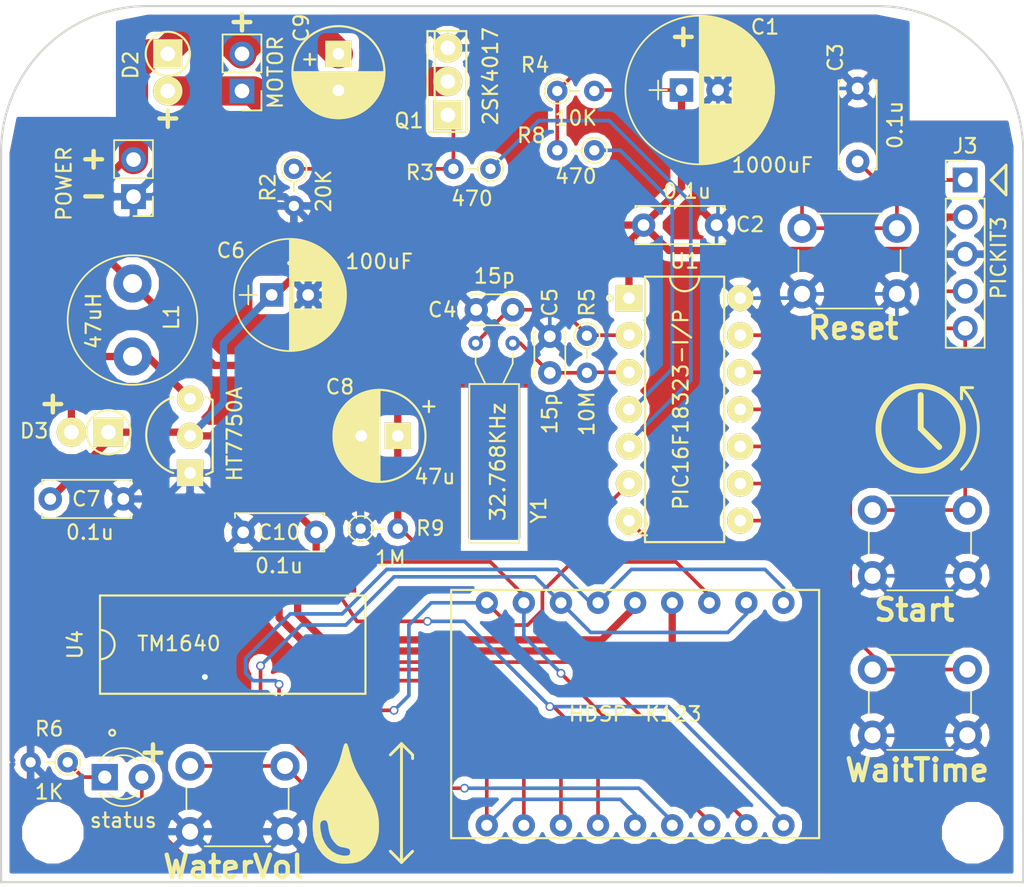
<source format=kicad_pcb>
(kicad_pcb (version 4) (host pcbnew 4.0.7)
  (layers (0 F.Cu signal) (31 B.Cu signal) (34 B.Paste user hide) (35 F.Paste user hide) (36 B.SilkS user hide) (37 F.SilkS user) (38 B.Mask user hide) (39 F.Mask user hide) (44 Edge.Cuts user))
  (net 0 "")
  (net 1 "Net-(BT1-Pad1)")
  (net 2 "Net-(BT1-Pad2)")
  (net 3 "Net-(C1-Pad1)")
  (net 4 "Net-(C9-Pad2)")
  (net 5 "Net-(D3-Pad2)")
  (net 6 "Net-(J3-Pad4)")
  (net 7 "Net-(J3-Pad5)")
  (net 8 "Net-(LED1-Pad1)")
  (net 9 "Net-(LED1-Pad2)")
  (net 10 "Net-(Q1-Pad1)")
  (net 11 "Net-(R3-Pad1)")
  (net 12 "Net-(C4-Pad1)")
  (net 13 "Net-(C5-Pad1)")
  (net 14 "Net-(R8-Pad1)")
  (net 15 "Net-(C3-Pad1)")
  (net 16 "Net-(SW1-Pad1)")
  (net 17 "Net-(SW2-Pad1)")
  (net 18 "Net-(U1-Pad7)")
  (net 19 "Net-(U1-Pad8)")
  (net 20 "Net-(U2-Pad1)")
  (net 21 "Net-(U2-Pad2)")
  (net 22 "Net-(U2-Pad3)")
  (net 23 "Net-(U2-Pad4)")
  (net 24 "Net-(U2-Pad10)")
  (net 25 "Net-(U2-Pad17)")
  (net 26 "Net-(U2-Pad11)")
  (net 27 "Net-(U2-Pad12)")
  (net 28 "Net-(U2-Pad14)")
  (net 29 "Net-(U2-Pad13)")
  (module Displays_7-Segment:HDSP-K123 (layer F.Cu) (at 74.422 78.486)
    (fp_text reference U2 (at 0 -12.7) (layer F.SilkS))
    (fp_text value HDSP-K123 (at 0 0) (layer F.SilkS))
    (pad 14 thru_hole circle (at 0 -7.62) (size 1.524 1.524) (drill 0.762) (layers *.Cu *.Mask) (net 28 "Net-(U2-Pad14)"))
    (pad 15 thru_hole circle (at -2.54 -7.62) (size 1.524 1.524) (drill 0.762) (layers *.Cu *.Mask) (net 24 "Net-(U2-Pad10)"))
    (pad 16 thru_hole circle (at -5.08 -7.62) (size 1.524 1.524) (drill 0.762) (layers *.Cu *.Mask) (net 26 "Net-(U2-Pad11)"))
    (pad 17 thru_hole circle (at -7.62 -7.62) (size 1.524 1.524) (drill 0.762) (layers *.Cu *.Mask) (net 25 "Net-(U2-Pad17)"))
    (pad 18 thru_hole circle (at -10.16 -7.62) (size 1.524 1.524) (drill 0.762) (layers *.Cu *.Mask) (net 27 "Net-(U2-Pad12)"))
    (pad 13 thru_hole circle (at 2.54 -7.62) (size 1.524 1.524) (drill 0.762) (layers *.Cu *.Mask) (net 29 "Net-(U2-Pad13)"))
    (pad 12 thru_hole circle (at 5.08 -7.62) (size 1.524 1.524) (drill 0.762) (layers *.Cu *.Mask) (net 27 "Net-(U2-Pad12)"))
    (pad 11 thru_hole circle (at 7.62 -7.62) (size 1.524 1.524) (drill 0.762) (layers *.Cu *.Mask) (net 26 "Net-(U2-Pad11)"))
    (pad 10 thru_hole circle (at 10.16 -7.62) (size 1.524 1.524) (drill 0.762) (layers *.Cu *.Mask) (net 24 "Net-(U2-Pad10)"))
    (pad 5 thru_hole circle (at 0 7.62) (size 1.524 1.524) (drill 0.762) (layers *.Cu *.Mask) (net 20 "Net-(U2-Pad1)"))
    (pad 4 thru_hole circle (at -2.54 7.62) (size 1.524 1.524) (drill 0.762) (layers *.Cu *.Mask) (net 23 "Net-(U2-Pad4)"))
    (pad 3 thru_hole circle (at -5.08 7.62) (size 1.524 1.524) (drill 0.762) (layers *.Cu *.Mask) (net 22 "Net-(U2-Pad3)"))
    (pad 2 thru_hole circle (at -7.62 7.62) (size 1.524 1.524) (drill 0.762) (layers *.Cu *.Mask) (net 21 "Net-(U2-Pad2)"))
    (pad 1 thru_hole circle (at -10.16 7.62) (size 1.524 1.524) (drill 0.762) (layers *.Cu *.Mask) (net 20 "Net-(U2-Pad1)"))
    (pad 6 thru_hole circle (at 2.54 7.62) (size 1.524 1.524) (drill 0.762) (layers *.Cu *.Mask) (net 21 "Net-(U2-Pad2)"))
    (pad 7 thru_hole circle (at 5.08 7.62) (size 1.524 1.524) (drill 0.762) (layers *.Cu *.Mask) (net 25 "Net-(U2-Pad17)"))
    (pad 8 thru_hole circle (at 7.62 7.62) (size 1.524 1.524) (drill 0.762) (layers *.Cu *.Mask) (net 22 "Net-(U2-Pad3)"))
    (pad 9 thru_hole circle (at 10.16 7.62) (size 1.524 1.524) (drill 0.762) (layers *.Cu *.Mask) (net 23 "Net-(U2-Pad4)"))
  )
  (module Resistors_THT:R_Axial_DIN0204_L3.6mm_D1.6mm_P2.54mm_Vertical (layer F.Cu) (at 71.628 39.878 180)
    (fp_text reference R8 (at 4.318 1.016 180) (layer F.SilkS))
    (fp_text value 470 (at 1.27 -1.778 180) (layer F.SilkS))
    (pad 1 thru_hole circle (at 0 0 180) (size 1.4 1.4) (drill 0.7) (layers *.Cu *.Mask) (net 14 "Net-(R8-Pad1)"))
    (pad 2 thru_hole oval (at 2.54 0 180) (size 1.4 1.4) (drill 0.7) (layers *.Cu *.Mask) (net 15 "Net-(C3-Pad1)"))
  )
  (module Buttons_Switches_THT:SW_PUSH_6mm (layer F.Cu) (at 90.678 75.438)
    (fp_text reference SW1 hide)
    (fp_text value WaitTime (at 3.056 6.9) (layer F.SilkS) (effects (font (size 1.5 1.5) (thickness 0.3))))
    (pad 2 thru_hole circle (at 0 4.5 90) (size 2 2) (drill 1.1) (layers *.Cu *.Mask) (net 2 "Net-(BT1-Pad2)"))
    (pad 1 thru_hole circle (at 0 0 90) (size 2 2) (drill 1.1) (layers *.Cu *.Mask) (net 16 "Net-(SW1-Pad1)"))
    (pad 2 thru_hole circle (at 6.5 4.5 90) (size 2 2) (drill 1.1) (layers *.Cu *.Mask) (net 2 "Net-(BT1-Pad2)"))
    (pad 1 thru_hole circle (at 6.5 0 90) (size 2 2) (drill 1.1) (layers *.Cu *.Mask) (net 16 "Net-(SW1-Pad1)"))
  )
  (module Mounting_Holes:MountingHole_3.2mm_M3 (layer F.Cu) (at 97.536 86.614)
    (fp_text reference REF1 hide)
    (fp_text value MountingHole_3.2mm_M3 hide)
    (pad 1 np_thru_hole circle (at 0 0) (size 3.2 3.2) (drill 3.2) (layers *.Cu *.Mask))
  )
  (module MCU_Microchip:DSPIC30F2010-20I_SO (layer F.Cu) (at 38.608 78.232 90)
    (fp_text reference U4 (at 4.5 -2.54 90) (layer F.SilkS))
    (fp_text value TM1640 (at 4.572 4.572 180) (layer F.SilkS))
    (pad 1 smd rect (at 0 0 90) (size 1.87 0.4) (layers F.Cu F.Paste F.Mask))
    (pad 2 smd rect (at 0 1.27 90) (size 1.87 0.4) (layers F.Cu F.Paste F.Mask))
    (pad 3 smd rect (at 0 2.54 90) (size 1.87 0.4) (layers F.Cu F.Paste F.Mask))
    (pad 4 smd rect (at 0 3.81 90) (size 1.87 0.4) (layers F.Cu F.Paste F.Mask))
    (pad 5 smd rect (at 0 5.08 90) (size 1.87 0.4) (layers F.Cu F.Paste F.Mask))
    (pad 6 smd rect (at 0 6.35 90) (size 1.87 0.4) (layers F.Cu F.Paste F.Mask) (net 2 "Net-(BT1-Pad2)"))
    (pad 7 smd rect (at 0 7.62 90) (size 1.87 0.4) (layers F.Cu F.Paste F.Mask) (net 19 "Net-(U1-Pad8)"))
    (pad 8 smd rect (at 0 8.89 90) (size 1.87 0.4) (layers F.Cu F.Paste F.Mask) (net 18 "Net-(U1-Pad7)"))
    (pad 9 smd rect (at 0 10.16 90) (size 1.87 0.4) (layers F.Cu F.Paste F.Mask) (net 26 "Net-(U2-Pad11)"))
    (pad 10 smd rect (at 0 11.43 90) (size 1.87 0.4) (layers F.Cu F.Paste F.Mask) (net 24 "Net-(U2-Pad10)"))
    (pad 11 smd rect (at 0 12.7 90) (size 1.87 0.4) (layers F.Cu F.Paste F.Mask) (net 22 "Net-(U2-Pad3)"))
    (pad 12 smd rect (at 0 13.97 90) (size 1.87 0.4) (layers F.Cu F.Paste F.Mask) (net 21 "Net-(U2-Pad2)"))
    (pad 13 smd rect (at 0 15.24 90) (size 1.87 0.4) (layers F.Cu F.Paste F.Mask) (net 20 "Net-(U2-Pad1)"))
    (pad 14 smd rect (at 0 16.51 90) (size 1.87 0.4) (layers F.Cu F.Paste F.Mask) (net 27 "Net-(U2-Pad12)"))
    (pad 15 smd rect (at 9 16.51 90) (size 1.87 0.4) (layers F.Cu F.Paste F.Mask) (net 25 "Net-(U2-Pad17)"))
    (pad 16 smd rect (at 9 15.24 90) (size 1.87 0.4) (layers F.Cu F.Paste F.Mask) (net 23 "Net-(U2-Pad4)"))
    (pad 17 smd rect (at 9 13.97 90) (size 1.87 0.4) (layers F.Cu F.Paste F.Mask) (net 3 "Net-(C1-Pad1)"))
    (pad 18 smd rect (at 9 12.7 90) (size 1.87 0.4) (layers F.Cu F.Paste F.Mask) (net 28 "Net-(U2-Pad14)"))
    (pad 19 smd rect (at 9 11.43 90) (size 1.87 0.4) (layers F.Cu F.Paste F.Mask) (net 29 "Net-(U2-Pad13)"))
    (pad 20 smd rect (at 9 10.16 90) (size 1.87 0.4) (layers F.Cu F.Paste F.Mask))
    (pad 21 smd rect (at 9 8.89 90) (size 1.87 0.4) (layers F.Cu F.Paste F.Mask))
    (pad 22 smd rect (at 9 7.62 90) (size 1.87 0.4) (layers F.Cu F.Paste F.Mask))
    (pad 23 smd rect (at 9 6.35 90) (size 1.87 0.4) (layers F.Cu F.Paste F.Mask))
    (pad 24 smd rect (at 9 5.08 90) (size 1.87 0.4) (layers F.Cu F.Paste F.Mask))
    (pad 25 smd rect (at 9 3.81 90) (size 1.87 0.4) (layers F.Cu F.Paste F.Mask))
    (pad 26 smd rect (at 9 2.54 90) (size 1.87 0.4) (layers F.Cu F.Paste F.Mask))
    (pad 27 smd rect (at 9 1.27 90) (size 1.87 0.4) (layers F.Cu F.Paste F.Mask))
    (pad 28 smd rect (at 9 0 90) (size 1.87 0.4) (layers F.Cu F.Paste F.Mask))
  )
  (module TR:2N3904BU (layer F.Cu) (at 43.942 61.976 180)
    (fp_text reference U3 hide)
    (fp_text value HT7750A (at -3.048 2.667 270) (layer F.SilkS))
    (pad 1 thru_hole rect (at 0 0 180) (size 1.8 1.8) (drill 0.8) (layers *.Cu *.Mask F.SilkS) (net 2 "Net-(BT1-Pad2)"))
    (pad 2 thru_hole circle (at 0 2.54 180) (size 1.8 1.8) (drill 0.8) (layers *.Cu *.Mask F.SilkS) (net 3 "Net-(C1-Pad1)"))
    (pad 3 thru_hole circle (at 0 5.08 180) (size 1.8 1.8) (drill 0.8) (layers *.Cu *.Mask F.SilkS) (net 5 "Net-(D3-Pad2)"))
  )
  (module Capacitors_THT:CP_Radial_D7.5mm_P2.50mm (layer F.Cu) (at 49.53 49.784)
    (fp_text reference C6 (at -2.794 -3.048) (layer F.SilkS))
    (fp_text value 100uF (at 7.366 -2.286) (layer F.SilkS))
    (pad 1 thru_hole rect (at 0 0) (size 1.6 1.6) (drill 0.8) (layers *.Cu *.Mask) (net 3 "Net-(C1-Pad1)"))
    (pad 2 thru_hole circle (at 2.5 0) (size 1.6 1.6) (drill 0.8) (layers *.Cu *.Mask) (net 2 "Net-(BT1-Pad2)"))
  )
  (module Buttons_Switches_THT:SW_PUSH_6mm (layer F.Cu) (at 90.678 64.516)
    (fp_text reference SW5 hide)
    (fp_text value Start (at 2.867 6.8365) (layer F.SilkS) (effects (font (size 1.5 1.5) (thickness 0.3))))
    (pad 2 thru_hole circle (at 0 4.5 90) (size 2 2) (drill 1.1) (layers *.Cu *.Mask) (net 2 "Net-(BT1-Pad2)"))
    (pad 1 thru_hole circle (at 0 0 90) (size 2 2) (drill 1.1) (layers *.Cu *.Mask) (net 7 "Net-(J3-Pad5)"))
    (pad 2 thru_hole circle (at 6.5 4.5 90) (size 2 2) (drill 1.1) (layers *.Cu *.Mask) (net 2 "Net-(BT1-Pad2)"))
    (pad 1 thru_hole circle (at 6.5 0 90) (size 2 2) (drill 1.1) (layers *.Cu *.Mask) (net 7 "Net-(J3-Pad5)"))
  )
  (module Buttons_Switches_THT:SW_PUSH_6mm (layer F.Cu) (at 43.942 82.042)
    (fp_text reference SW2 hide)
    (fp_text value WaterVol (at 2.974 6.9) (layer F.SilkS) (effects (font (size 1.5 1.5) (thickness 0.3))))
    (pad 2 thru_hole circle (at 0 4.5 90) (size 2 2) (drill 1.1) (layers *.Cu *.Mask) (net 2 "Net-(BT1-Pad2)"))
    (pad 1 thru_hole circle (at 0 0 90) (size 2 2) (drill 1.1) (layers *.Cu *.Mask) (net 17 "Net-(SW2-Pad1)"))
    (pad 2 thru_hole circle (at 6.5 4.5 90) (size 2 2) (drill 1.1) (layers *.Cu *.Mask) (net 2 "Net-(BT1-Pad2)"))
    (pad 1 thru_hole circle (at 6.5 0 90) (size 2 2) (drill 1.1) (layers *.Cu *.Mask) (net 17 "Net-(SW2-Pad1)"))
  )
  (module Capacitors_THT:CP_Radial_D10.0mm_P2.50mm (layer F.Cu) (at 77.597 35.7505)
    (fp_text reference C1 (at 5.715 -4.318) (layer F.SilkS))
    (fp_text value 1000uF (at 6.223 5.1435) (layer F.SilkS))
    (pad 1 thru_hole rect (at 0 0) (size 1.6 1.6) (drill 0.8) (layers *.Cu *.Mask) (net 3 "Net-(C1-Pad1)"))
    (pad 2 thru_hole circle (at 2.5 0) (size 1.6 1.6) (drill 0.8) (layers *.Cu *.Mask) (net 2 "Net-(BT1-Pad2)"))
  )
  (module Capacitors_THT:C_Disc_D6.0mm_W2.5mm_P5.00mm (layer F.Cu) (at 80 45 180)
    (fp_text reference C2 (at -2.296 0.042 180) (layer F.SilkS))
    (fp_text value 0.1u (at 2.022 2.328 180) (layer F.SilkS))
    (pad 1 thru_hole circle (at 0 0 180) (size 1.6 1.6) (drill 0.8) (layers *.Cu *.Mask) (net 2 "Net-(BT1-Pad2)"))
    (pad 2 thru_hole circle (at 5 0 180) (size 1.6 1.6) (drill 0.8) (layers *.Cu *.Mask) (net 3 "Net-(C1-Pad1)"))
  )
  (module Capacitors_THT:C_Disc_D6.0mm_W2.5mm_P5.00mm (layer F.Cu) (at 89.662 40.64 90)
    (fp_text reference C3 (at 7.112 -1.524 90) (layer F.SilkS))
    (fp_text value 0.1u (at 2.5 2.56 90) (layer F.SilkS))
    (pad 1 thru_hole circle (at 0 0 90) (size 1.6 1.6) (drill 0.8) (layers *.Cu *.Mask) (net 15 "Net-(C3-Pad1)"))
    (pad 2 thru_hole circle (at 5 0 90) (size 1.6 1.6) (drill 0.8) (layers *.Cu *.Mask) (net 2 "Net-(BT1-Pad2)"))
  )
  (module Capacitors_THT:C_Disc_D3.0mm_W2.0mm_P2.50mm (layer F.Cu) (at 66.04 50.8 180)
    (fp_text reference C4 (at 4.826 0 180) (layer F.SilkS))
    (fp_text value 15p (at 1.25 2.31 180) (layer F.SilkS))
    (pad 1 thru_hole circle (at 0 0 180) (size 1.6 1.6) (drill 0.8) (layers *.Cu *.Mask) (net 12 "Net-(C4-Pad1)"))
    (pad 2 thru_hole circle (at 2.5 0 180) (size 1.6 1.6) (drill 0.8) (layers *.Cu *.Mask) (net 2 "Net-(BT1-Pad2)"))
  )
  (module Capacitors_THT:C_Disc_D3.0mm_W2.0mm_P2.50mm (layer F.Cu) (at 68.58 55.118 90)
    (fp_text reference C5 (at 4.826 0 90) (layer F.SilkS))
    (fp_text value 15p (at -2.794 0 90) (layer F.SilkS))
    (pad 1 thru_hole circle (at 0 0 90) (size 1.6 1.6) (drill 0.8) (layers *.Cu *.Mask) (net 13 "Net-(C5-Pad1)"))
    (pad 2 thru_hole circle (at 2.5 0 90) (size 1.6 1.6) (drill 0.8) (layers *.Cu *.Mask) (net 2 "Net-(BT1-Pad2)"))
  )
  (module Capacitors_THT:C_Disc_D6.0mm_W2.5mm_P5.00mm (layer F.Cu) (at 39.37 63.754 180)
    (fp_text reference C7 (at 2.54 0 180) (layer F.SilkS))
    (fp_text value 0.1u (at 2.286 -2.286 180) (layer F.SilkS))
    (pad 1 thru_hole circle (at 0 0 180) (size 1.6 1.6) (drill 0.8) (layers *.Cu *.Mask) (net 2 "Net-(BT1-Pad2)"))
    (pad 2 thru_hole circle (at 5 0 180) (size 1.6 1.6) (drill 0.8) (layers *.Cu *.Mask) (net 3 "Net-(C1-Pad1)"))
  )
  (module C:25PK220MEFC6.3X11 (layer F.Cu) (at 58.166 59.436 180)
    (fp_text reference C8 (at 3.962 3.358 180) (layer F.SilkS))
    (fp_text value 47u (at -2.54 -2.794 180) (layer F.SilkS))
    (fp_text user + (at -2.134 2.088 180) (layer F.SilkS))
    (pad 1 thru_hole rect (at 0 0 180) (size 1.8 1.8) (drill 0.8) (layers *.Cu *.Mask F.SilkS) (net 1 "Net-(BT1-Pad1)"))
    (pad 2 thru_hole circle (at 2.5 0 180) (size 1.8 1.8) (drill 0.8) (layers *.Cu *.Mask F.SilkS) (net 2 "Net-(BT1-Pad2)"))
  )
  (module C:25PK220MEFC6.3X11 (layer F.Cu) (at 54.102 33.274 270)
    (fp_text reference C9 (at -1.778 2.54 270) (layer F.SilkS))
    (fp_text value 22u hide)
    (fp_text user + (at 0.381 2.032 270) (layer F.SilkS))
    (pad 1 thru_hole rect (at 0 0 270) (size 1.8 1.8) (drill 0.8) (layers *.Cu *.Mask F.SilkS) (net 1 "Net-(BT1-Pad1)"))
    (pad 2 thru_hole circle (at 2.5 0 270) (size 1.8 1.8) (drill 0.8) (layers *.Cu *.Mask F.SilkS) (net 4 "Net-(C9-Pad2)"))
  )
  (module D:1S4_V (layer F.Cu) (at 42.418 33.274 270)
    (fp_text reference D2 (at 0.762 2.54 270) (layer F.SilkS))
    (fp_text value D hide)
    (pad 1 thru_hole rect (at 0 0 270) (size 2 2) (drill 1) (layers *.Cu *.Mask F.SilkS) (net 1 "Net-(BT1-Pad1)"))
    (pad 2 thru_hole circle (at 2.54 0 270) (size 2 2) (drill 1) (layers *.Cu *.Mask F.SilkS) (net 4 "Net-(C9-Pad2)"))
  )
  (module D:1S4_V (layer F.Cu) (at 38.354 59.182 180)
    (fp_text reference D3 (at 5.091 0.0875 180) (layer F.SilkS))
    (fp_text value D hide)
    (pad 1 thru_hole rect (at 0 0 180) (size 2 2) (drill 1) (layers *.Cu *.Mask F.SilkS) (net 3 "Net-(C1-Pad1)"))
    (pad 2 thru_hole circle (at 2.54 0 180) (size 2 2) (drill 1) (layers *.Cu *.Mask F.SilkS) (net 5 "Net-(D3-Pad2)"))
  )
  (module Pin_Headers:Pin_Header_Straight_1x02_Pitch2.54mm (layer F.Cu) (at 40.0685 43.053 180)
    (fp_text reference J1 hide)
    (fp_text value POWER (at 4.7625 0.889 270) (layer F.SilkS))
    (pad 1 thru_hole rect (at 0 0 180) (size 1.7 1.7) (drill 1) (layers *.Cu *.Mask) (net 2 "Net-(BT1-Pad2)"))
    (pad 2 thru_hole oval (at 0 2.54 180) (size 1.7 1.7) (drill 1) (layers *.Cu *.Mask) (net 1 "Net-(BT1-Pad1)"))
  )
  (module Pin_Headers:Pin_Header_Straight_1x02_Pitch2.54mm (layer F.Cu) (at 47.498 35.814 180)
    (fp_text reference J2 hide)
    (fp_text value MOTOR (at -2.286 1.27 450) (layer F.SilkS))
    (pad 1 thru_hole rect (at 0 0 180) (size 1.7 1.7) (drill 1) (layers *.Cu *.Mask) (net 4 "Net-(C9-Pad2)"))
    (pad 2 thru_hole oval (at 0 2.54 180) (size 1.7 1.7) (drill 1) (layers *.Cu *.Mask) (net 1 "Net-(BT1-Pad1)"))
  )
  (module Pin_Headers:Pin_Header_Straight_1x05_Pitch2.54mm (layer F.Cu) (at 97.028 41.91)
    (fp_text reference J3 (at 0 -2.33) (layer F.SilkS))
    (fp_text value PICKIT3 (at 2.286 5.334 90) (layer F.SilkS))
    (pad 1 thru_hole rect (at 0 0) (size 1.7 1.7) (drill 1) (layers *.Cu *.Mask) (net 15 "Net-(C3-Pad1)"))
    (pad 2 thru_hole oval (at 0 2.54) (size 1.7 1.7) (drill 1) (layers *.Cu *.Mask) (net 3 "Net-(C1-Pad1)"))
    (pad 3 thru_hole oval (at 0 5.08) (size 1.7 1.7) (drill 1) (layers *.Cu *.Mask) (net 2 "Net-(BT1-Pad2)"))
    (pad 4 thru_hole oval (at 0 7.62) (size 1.7 1.7) (drill 1) (layers *.Cu *.Mask) (net 6 "Net-(J3-Pad4)"))
    (pad 5 thru_hole oval (at 0 10.16) (size 1.7 1.7) (drill 1) (layers *.Cu *.Mask) (net 7 "Net-(J3-Pad5)"))
  )
  (module LEDs:LED_D3.0mm (layer F.Cu) (at 38.1 82.804)
    (fp_text reference LED1 hide)
    (fp_text value status (at 1.27 2.96) (layer F.SilkS))
    (pad 1 thru_hole rect (at 0 0) (size 1.8 1.8) (drill 0.9) (layers *.Cu *.Mask) (net 8 "Net-(LED1-Pad1)"))
    (pad 2 thru_hole circle (at 2.54 0) (size 1.8 1.8) (drill 0.9) (layers *.Cu *.Mask) (net 9 "Net-(LED1-Pad2)"))
  )
  (module FET:2SK4017_Q (layer F.Cu) (at 61.595 37.465 180)
    (fp_text reference Q1 (at 2.667 -0.381 180) (layer F.SilkS))
    (fp_text value 2SK4017 (at -2.921 2.667 270) (layer F.SilkS))
    (pad 1 thru_hole rect (at 0 0 180) (size 2 2) (drill 1) (layers *.Cu *.Mask F.SilkS) (net 10 "Net-(Q1-Pad1)"))
    (pad 2 thru_hole circle (at 0 2.3 180) (size 2 2) (drill 1) (layers *.Cu *.Mask F.SilkS) (net 4 "Net-(C9-Pad2)"))
    (pad 3 thru_hole circle (at 0 4.6 180) (size 2 2) (drill 1) (layers *.Cu *.Mask F.SilkS) (net 2 "Net-(BT1-Pad2)"))
  )
  (module Resistors_THT:R_Axial_DIN0204_L3.6mm_D1.6mm_P2.54mm_Vertical (layer F.Cu) (at 51.054 41.148 270)
    (fp_text reference R2 (at 1.27 1.778 270) (layer F.SilkS))
    (fp_text value 20K (at 1.524 -2.032 270) (layer F.SilkS))
    (pad 1 thru_hole circle (at 0 0 270) (size 1.4 1.4) (drill 0.7) (layers *.Cu *.Mask) (net 10 "Net-(Q1-Pad1)"))
    (pad 2 thru_hole oval (at 2.54 0 270) (size 1.4 1.4) (drill 0.7) (layers *.Cu *.Mask) (net 2 "Net-(BT1-Pad2)"))
  )
  (module Resistors_THT:R_Axial_DIN0204_L3.6mm_D1.6mm_P2.54mm_Vertical (layer F.Cu) (at 64.516 41.148 180)
    (fp_text reference R3 (at 4.826 -0.254 180) (layer F.SilkS))
    (fp_text value 470 (at 1.27 -2.032 180) (layer F.SilkS))
    (pad 1 thru_hole circle (at 0 0 180) (size 1.4 1.4) (drill 0.7) (layers *.Cu *.Mask) (net 11 "Net-(R3-Pad1)"))
    (pad 2 thru_hole oval (at 2.54 0 180) (size 1.4 1.4) (drill 0.7) (layers *.Cu *.Mask) (net 10 "Net-(Q1-Pad1)"))
  )
  (module Resistors_THT:R_Axial_DIN0204_L3.6mm_D1.6mm_P2.54mm_Vertical (layer F.Cu) (at 69.088 35.814)
    (fp_text reference R4 (at -1.524 -1.778) (layer F.SilkS))
    (fp_text value 10K (at 1.27 1.86) (layer F.SilkS))
    (pad 1 thru_hole circle (at 0 0) (size 1.4 1.4) (drill 0.7) (layers *.Cu *.Mask) (net 15 "Net-(C3-Pad1)"))
    (pad 2 thru_hole oval (at 2.54 0) (size 1.4 1.4) (drill 0.7) (layers *.Cu *.Mask) (net 3 "Net-(C1-Pad1)"))
  )
  (module Resistors_THT:R_Axial_DIN0204_L3.6mm_D1.6mm_P2.54mm_Vertical (layer F.Cu) (at 71.12 52.578 270)
    (fp_text reference R5 (at -2.286 0 270) (layer F.SilkS))
    (fp_text value 10M (at 5.334 0 270) (layer F.SilkS))
    (pad 1 thru_hole circle (at 0 0 270) (size 1.4 1.4) (drill 0.7) (layers *.Cu *.Mask) (net 12 "Net-(C4-Pad1)"))
    (pad 2 thru_hole oval (at 2.54 0 270) (size 1.4 1.4) (drill 0.7) (layers *.Cu *.Mask) (net 13 "Net-(C5-Pad1)"))
  )
  (module Resistors_THT:R_Axial_DIN0204_L3.6mm_D1.6mm_P2.54mm_Vertical (layer F.Cu) (at 35.56 81.788 180)
    (fp_text reference R6 (at 1.27 2.286 180) (layer F.SilkS))
    (fp_text value 1K (at 1.27 -2.032 180) (layer F.SilkS))
    (pad 1 thru_hole circle (at 0 0 180) (size 1.4 1.4) (drill 0.7) (layers *.Cu *.Mask) (net 8 "Net-(LED1-Pad1)"))
    (pad 2 thru_hole oval (at 2.54 0 180) (size 1.4 1.4) (drill 0.7) (layers *.Cu *.Mask) (net 2 "Net-(BT1-Pad2)"))
  )
  (module Buttons_Switches_THT:SW_PUSH_6mm (layer F.Cu) (at 85.852 45.212)
    (fp_text reference SW4 hide)
    (fp_text value Reset (at 3.5035 6.8365) (layer F.SilkS) (effects (font (size 1.5 1.5) (thickness 0.3))))
    (pad 2 thru_hole circle (at 0 4.5 90) (size 2 2) (drill 1.1) (layers *.Cu *.Mask) (net 2 "Net-(BT1-Pad2)"))
    (pad 1 thru_hole circle (at 0 0 90) (size 2 2) (drill 1.1) (layers *.Cu *.Mask) (net 15 "Net-(C3-Pad1)"))
    (pad 2 thru_hole circle (at 6.5 4.5 90) (size 2 2) (drill 1.1) (layers *.Cu *.Mask) (net 2 "Net-(BT1-Pad2)"))
    (pad 1 thru_hole circle (at 6.5 0 90) (size 2 2) (drill 1.1) (layers *.Cu *.Mask) (net 15 "Net-(C3-Pad1)"))
  )
  (module MCU_Microchip:PIC16F1503-I_P (layer F.Cu) (at 74 50)
    (fp_text reference U1 (at 3.81 -2.54) (layer F.SilkS))
    (fp_text value PIC16F18323-I/P (at 3.556 7.62 90) (layer F.SilkS))
    (pad 1 thru_hole rect (at 0 0) (size 1.8 1.8) (drill 0.8) (layers *.Cu *.Mask F.SilkS) (net 3 "Net-(C1-Pad1)"))
    (pad 2 thru_hole circle (at 0 2.54) (size 1.8 1.8) (drill 0.8) (layers *.Cu *.Mask F.SilkS) (net 12 "Net-(C4-Pad1)"))
    (pad 3 thru_hole circle (at 0 5.08) (size 1.8 1.8) (drill 0.8) (layers *.Cu *.Mask F.SilkS) (net 13 "Net-(C5-Pad1)"))
    (pad 4 thru_hole circle (at 0 7.62) (size 1.8 1.8) (drill 0.8) (layers *.Cu *.Mask F.SilkS) (net 14 "Net-(R8-Pad1)"))
    (pad 5 thru_hole circle (at 0 10.16) (size 1.8 1.8) (drill 0.8) (layers *.Cu *.Mask F.SilkS) (net 11 "Net-(R3-Pad1)"))
    (pad 6 thru_hole circle (at 0 12.7) (size 1.8 1.8) (drill 0.8) (layers *.Cu *.Mask F.SilkS) (net 1 "Net-(BT1-Pad1)"))
    (pad 7 thru_hole circle (at 0 15.24) (size 1.8 1.8) (drill 0.8) (layers *.Cu *.Mask F.SilkS) (net 18 "Net-(U1-Pad7)"))
    (pad 8 thru_hole circle (at 7.62 15.24) (size 1.8 1.8) (drill 0.8) (layers *.Cu *.Mask F.SilkS) (net 19 "Net-(U1-Pad8)"))
    (pad 9 thru_hole circle (at 7.62 12.7) (size 1.8 1.8) (drill 0.8) (layers *.Cu *.Mask F.SilkS) (net 17 "Net-(SW2-Pad1)"))
    (pad 10 thru_hole circle (at 7.62 10.16) (size 1.8 1.8) (drill 0.8) (layers *.Cu *.Mask F.SilkS) (net 9 "Net-(LED1-Pad2)"))
    (pad 11 thru_hole circle (at 7.62 7.62) (size 1.8 1.8) (drill 0.8) (layers *.Cu *.Mask F.SilkS) (net 16 "Net-(SW1-Pad1)"))
    (pad 12 thru_hole circle (at 7.62 5.08) (size 1.8 1.8) (drill 0.8) (layers *.Cu *.Mask F.SilkS) (net 7 "Net-(J3-Pad5)"))
    (pad 13 thru_hole circle (at 7.62 2.54) (size 1.8 1.8) (drill 0.8) (layers *.Cu *.Mask F.SilkS) (net 6 "Net-(J3-Pad4)"))
    (pad 14 thru_hole circle (at 7.62 0) (size 1.8 1.8) (drill 0.8) (layers *.Cu *.Mask F.SilkS) (net 2 "Net-(BT1-Pad2)"))
  )
  (module Crystals:Crystal_AT310_d3.0mm_l10.0mm_Horizontal (layer F.Cu) (at 63.5 53.086)
    (fp_text reference Y1 (at 4.318 11.43 90) (layer F.SilkS))
    (fp_text value 32.768KHz (at 1.524 8.128 90) (layer F.SilkS))
    (pad 1 thru_hole circle (at 0 0) (size 1 1) (drill 0.5) (layers *.Cu *.Mask) (net 12 "Net-(C4-Pad1)"))
    (pad 2 thru_hole circle (at 2.54 0) (size 1 1) (drill 0.5) (layers *.Cu *.Mask) (net 13 "Net-(C5-Pad1)"))
  )
  (module Resistors_THT:R_Axial_DIN0204_L3.6mm_D1.6mm_P2.54mm_Vertical (layer F.Cu) (at 55.626 65.786)
    (fp_text reference R9 (at 4.769 -0.0235) (layer F.SilkS))
    (fp_text value 1M (at 2.032 2.032) (layer F.SilkS))
    (pad 1 thru_hole circle (at 0 0) (size 1.4 1.4) (drill 0.7) (layers *.Cu *.Mask) (net 2 "Net-(BT1-Pad2)"))
    (pad 2 thru_hole oval (at 2.54 0) (size 1.4 1.4) (drill 0.7) (layers *.Cu *.Mask) (net 1 "Net-(BT1-Pad1)"))
  )
  (module Inductors_THT:L_Radial_D8.7mm_P5.00mm_Fastron_07HCP (layer F.Cu) (at 40 49 270)
    (fp_text reference L1 (at 2.308 -2.672 270) (layer F.SilkS))
    (fp_text value 47uH (at 2.562 2.662 270) (layer F.SilkS))
    (pad 1 thru_hole circle (at 0 0 270) (size 2.6 2.6) (drill 1.3) (layers *.Cu *.Mask) (net 1 "Net-(BT1-Pad1)"))
    (pad 2 thru_hole circle (at 5 0 270) (size 2.6 2.6) (drill 1.3) (layers *.Cu *.Mask) (net 5 "Net-(D3-Pad2)"))
  )
  (module Capacitors_THT:C_Disc_D6.0mm_W2.5mm_P5.00mm (layer F.Cu) (at 52.578 66.04 180)
    (fp_text reference C10 (at 2.54 0 180) (layer F.SilkS))
    (fp_text value 0.1u (at 2.54 -2.286 180) (layer F.SilkS))
    (pad 1 thru_hole circle (at 0 0 180) (size 1.6 1.6) (drill 0.8) (layers *.Cu *.Mask) (net 3 "Net-(C1-Pad1)"))
    (pad 2 thru_hole circle (at 5 0 180) (size 1.6 1.6) (drill 0.8) (layers *.Cu *.Mask) (net 2 "Net-(BT1-Pad2)"))
  )
  (module Mounting_Holes:MountingHole_3.2mm_M3 (layer F.Cu) (at 95.758 35.56)
    (fp_text reference REF4 hide)
    (fp_text value MountingHole_3.2mm_M3 hide)
    (pad 1 np_thru_hole circle (at 0 0) (size 3.2 3.2) (drill 3.2) (layers *.Cu *.Mask))
  )
  (module Mounting_Holes:MountingHole_3.2mm_M3 (layer F.Cu) (at 36.322 35.306)
    (fp_text reference REF3 hide)
    (fp_text value MountingHole_3.2mm_M3 hide)
    (pad 1 np_thru_hole circle (at 0 0) (size 3.2 3.2) (drill 3.2) (layers *.Cu *.Mask))
  )
  (module Mounting_Holes:MountingHole_3.2mm_M3 (layer F.Cu) (at 34.544 86.614)
    (fp_text reference REF2 hide)
    (fp_text value MountingHole_3.2mm_M3 hide)
    (pad 1 np_thru_hole circle (at 0 0) (size 3.2 3.2) (drill 3.2) (layers *.Cu *.Mask))
  )
  (module Displays_7-Segment:LOGO4 (layer F.Cu) (at 54.61 84.582)
    (fp_text reference G1 hide)
    (fp_text value LOGO hide)
  )
  (gr_line (start 96.774 56.134) (end 97.536 56.134) (angle 90) (layer F.SilkS) (width 0.2))
  (gr_line (start 96.774 56.896) (end 96.774 56.134) (angle 90) (layer F.SilkS) (width 0.2))
  (gr_line (start 96.774 56.134) (end 96.774 56.896) (angle 90) (layer F.SilkS) (width 0.2))
  (gr_arc (start 93.98 58.928) (end 96.774 56.134) (angle 90) (layer F.SilkS) (width 0.2))
  (gr_line (start 59.182 81.28) (end 59.182 81.534) (angle 90) (layer F.SilkS) (width 0.2))
  (gr_line (start 58.42 80.518) (end 59.182 81.28) (angle 90) (layer F.SilkS) (width 0.2))
  (gr_line (start 58.42 80.518) (end 57.658 81.28) (angle 90) (layer F.SilkS) (width 0.2))
  (gr_line (start 58.42 88.646) (end 59.182 87.884) (angle 90) (layer F.SilkS) (width 0.2))
  (gr_line (start 58.42 88.646) (end 57.658 87.884) (angle 90) (layer F.SilkS) (width 0.2))
  (gr_line (start 58.42 80.518) (end 58.42 88.646) (angle 90) (layer F.SilkS) (width 0.2))
  (gr_line (start 93.98 58.928) (end 95.25 60.198) (angle 90) (layer F.SilkS) (width 0.4))
  (gr_line (start 93.98 56.642) (end 93.98 58.928) (angle 90) (layer F.SilkS) (width 0.4))
  (gr_circle (center 93.98 58.928) (end 91.694 60.706) (layer F.SilkS) (width 0.4))
  (gr_text + (at 47.498 30.988) (layer F.SilkS) (effects (font (size 1.5 1.5) (thickness 0.3))))
  (gr_line (start 99.822 42.926) (end 98.806 41.91) (angle 90) (layer F.SilkS) (width 0.2))
  (gr_line (start 99.822 40.894) (end 99.822 42.926) (angle 90) (layer F.SilkS) (width 0.2))
  (gr_line (start 98.806 41.91) (end 99.822 40.894) (angle 90) (layer F.SilkS) (width 0.2))
  (gr_text + (at 51.308 47.498) (layer F.SilkS) (effects (font (size 1.5 1.5) (thickness 0.3)) (justify mirror)))
  (gr_text + (at 34.544 57.15) (layer F.SilkS) (effects (font (size 1.5 1.5) (thickness 0.3))))
  (gr_text + (at 41.402 81.026) (layer F.SilkS) (effects (font (size 1.5 1.5) (thickness 0.3))))
  (gr_text + (at 77.724 32.004) (layer F.SilkS) (effects (font (size 1.5 1.5) (thickness 0.3))))
  (gr_text + (at 42.418 37.592) (layer F.SilkS) (effects (font (size 1.5 1.5) (thickness 0.3))))
  (gr_text - (at 37.338 42.926) (layer F.SilkS) (effects (font (size 1.5 1.5) (thickness 0.3))))
  (gr_text + (at 37.338 40.386) (layer F.SilkS) (effects (font (size 1.5 1.5) (thickness 0.3))))
  (gr_line (start 41 30) (end 91 30) (angle 90) (layer Edge.Cuts) (width 0.15))
  (gr_line (start 31 90) (end 101 90) (angle 90) (layer Edge.Cuts) (width 0.15))
  (gr_arc (start 91 40) (end 91 30) (angle 90) (layer Edge.Cuts) (width 0.15))
  (gr_line (start 31 40) (end 31 90) (angle 90) (layer Edge.Cuts) (width 0.15))
  (gr_line (start 101 40) (end 101 90) (angle 90) (layer Edge.Cuts) (width 0.15))
  (gr_arc (start 41 40) (end 31 40) (angle 90) (layer Edge.Cuts) (width 0.15))
  (segment (start 54.54 60.54) (end 54 60) (width 0.25) (layer F.Cu) (net 0))
  (segment (start 58.166 65.786) (end 58.362002 65.786) (width 0.25) (layer F.Cu) (net 1))
  (segment (start 58.362002 65.786) (end 60.140002 67.564) (width 0.25) (layer F.Cu) (net 1))
  (segment (start 69.136 67.564) (end 74 62.7) (width 0.25) (layer F.Cu) (net 1))
  (segment (start 60.140002 67.564) (end 69.136 67.564) (width 0.25) (layer F.Cu) (net 1))
  (segment (start 58.166 65.786) (end 58.166 59.436) (width 0.5) (layer F.Cu) (net 1))
  (segment (start 42.418 33.274) (end 42.418 33.02) (width 2) (layer F.Cu) (net 1))
  (segment (start 42.418 33.02) (end 43.688 31.75) (width 2) (layer F.Cu) (net 1))
  (segment (start 45.974 31.75) (end 47.498 33.274) (width 2) (layer F.Cu) (net 1))
  (segment (start 43.688 31.75) (end 45.974 31.75) (width 2) (layer F.Cu) (net 1))
  (segment (start 47.498 33.274) (end 47.498 33.02) (width 2) (layer F.Cu) (net 1))
  (segment (start 47.498 33.02) (end 48.768 31.75) (width 2) (layer F.Cu) (net 1))
  (segment (start 48.768 31.75) (end 52.578 31.75) (width 2) (layer F.Cu) (net 1))
  (segment (start 52.578 31.75) (end 54.102 33.274) (width 2) (layer F.Cu) (net 1))
  (segment (start 42.418 33.274) (end 41.148 33.274) (width 2) (layer F.Cu) (net 1))
  (segment (start 40.0685 34.3535) (end 40.0685 40.513) (width 2) (layer F.Cu) (net 1))
  (segment (start 41.148 33.274) (end 40.0685 34.3535) (width 2) (layer F.Cu) (net 1))
  (segment (start 40.0685 40.513) (end 39.497 40.513) (width 0.5) (layer F.Cu) (net 1))
  (segment (start 39.497 40.513) (end 38.1 41.91) (width 0.5) (layer F.Cu) (net 1))
  (segment (start 38.1 47.1) (end 40 49) (width 0.5) (layer F.Cu) (net 1))
  (segment (start 38.1 41.91) (end 38.1 47.1) (width 0.5) (layer F.Cu) (net 1))
  (segment (start 58.166 59.436) (end 58.166 56.388) (width 0.5) (layer F.Cu) (net 1))
  (segment (start 45.61 54.61) (end 40 49) (width 0.5) (layer F.Cu) (net 1))
  (segment (start 56.388 54.61) (end 45.61 54.61) (width 0.5) (layer F.Cu) (net 1))
  (segment (start 58.166 56.388) (end 56.388 54.61) (width 0.5) (layer F.Cu) (net 1))
  (segment (start 74 62.7) (end 74.206 62.7) (width 0.25) (layer F.Cu) (net 1))
  (segment (start 44.958 78.232) (end 44.958 75.946) (width 0.5) (layer F.Cu) (net 2))
  (via (at 44.958 75.946) (size 0.6) (drill 0.4) (layers F.Cu B.Cu) (net 2))
  (segment (start 44.958 75.946) (end 42.926 73.914) (width 0.5) (layer B.Cu) (net 2))
  (segment (start 42.926 73.914) (end 36.068 73.914) (width 0.5) (layer B.Cu) (net 2))
  (segment (start 36.068 73.914) (end 33.02 70.866) (width 0.5) (layer B.Cu) (net 2))
  (segment (start 97.178 69.016) (end 97.21 69.016) (width 0.25) (layer B.Cu) (net 2))
  (segment (start 97.21 69.016) (end 98.806 70.612) (width 0.25) (layer B.Cu) (net 2))
  (segment (start 98.806 78.31) (end 97.178 79.938) (width 0.25) (layer B.Cu) (net 2))
  (segment (start 98.806 70.612) (end 98.806 78.31) (width 0.25) (layer B.Cu) (net 2))
  (segment (start 97.178 79.938) (end 90.678 79.938) (width 0.25) (layer B.Cu) (net 2))
  (segment (start 43.942 86.542) (end 43.87 86.542) (width 0.25) (layer B.Cu) (net 2))
  (segment (start 55.626 65.786) (end 55.626 59.476) (width 0.5) (layer B.Cu) (net 2))
  (segment (start 55.626 59.476) (end 55.666 59.436) (width 0.5) (layer B.Cu) (net 2))
  (segment (start 47.578 66.04) (end 47.578 65.612) (width 0.5) (layer B.Cu) (net 2))
  (segment (start 47.578 65.612) (end 43.942 61.976) (width 0.5) (layer B.Cu) (net 2))
  (segment (start 80.097 35.7505) (end 80.097 33.615) (width 0.5) (layer B.Cu) (net 2))
  (segment (start 79.347 32.865) (end 61.595 32.865) (width 0.5) (layer B.Cu) (net 2))
  (segment (start 80.097 33.615) (end 79.347 32.865) (width 0.5) (layer B.Cu) (net 2))
  (segment (start 40.0685 43.053) (end 37.973 43.053) (width 0.5) (layer B.Cu) (net 2))
  (segment (start 33.02 48.006) (end 33.02 81.788) (width 0.5) (layer B.Cu) (net 2))
  (segment (start 37.973 43.053) (end 33.02 48.006) (width 0.5) (layer B.Cu) (net 2))
  (segment (start 61.595 32.865) (end 63.345 32.865) (width 0.5) (layer B.Cu) (net 2))
  (segment (start 63.345 32.865) (end 64.008 33.528) (width 0.5) (layer B.Cu) (net 2))
  (segment (start 64.008 33.528) (end 64.008 38.608) (width 0.5) (layer B.Cu) (net 2))
  (segment (start 64.008 38.608) (end 62.992 39.624) (width 0.5) (layer B.Cu) (net 2))
  (segment (start 62.992 39.624) (end 43.4975 39.624) (width 0.5) (layer B.Cu) (net 2))
  (segment (start 43.4975 39.624) (end 40.0685 43.053) (width 0.5) (layer B.Cu) (net 2))
  (segment (start 97.178 69.016) (end 90.678 69.016) (width 0.25) (layer B.Cu) (net 2))
  (segment (start 97.178 69.016) (end 97.464 69.016) (width 0.25) (layer B.Cu) (net 2))
  (segment (start 92.352 49.712) (end 92.352 54.252) (width 0.25) (layer B.Cu) (net 2))
  (segment (start 99.06 67.134) (end 97.178 69.016) (width 0.25) (layer B.Cu) (net 2))
  (segment (start 99.06 60.96) (end 99.06 67.134) (width 0.25) (layer B.Cu) (net 2))
  (segment (start 92.352 54.252) (end 99.06 60.96) (width 0.25) (layer B.Cu) (net 2))
  (segment (start 55.666 59.436) (end 55.666 56.936) (width 0.5) (layer B.Cu) (net 2))
  (segment (start 55.666 56.936) (end 52.03 53.3) (width 0.5) (layer B.Cu) (net 2))
  (segment (start 52.03 53.3) (end 52.03 49.784) (width 0.5) (layer B.Cu) (net 2))
  (segment (start 44.116 62.15) (end 43.942 61.976) (width 0.5) (layer B.Cu) (net 2))
  (segment (start 68.58 52.618) (end 68.58 49.784) (width 0.25) (layer B.Cu) (net 2))
  (segment (start 65.064 49.276) (end 63.54 50.8) (width 0.25) (layer B.Cu) (net 2))
  (segment (start 68.072 49.276) (end 65.064 49.276) (width 0.25) (layer B.Cu) (net 2))
  (segment (start 68.58 49.784) (end 68.072 49.276) (width 0.25) (layer B.Cu) (net 2))
  (segment (start 63.54 50.8) (end 63.54 50.252) (width 0.25) (layer B.Cu) (net 2))
  (segment (start 89.662 35.64) (end 80.2075 35.64) (width 0.25) (layer B.Cu) (net 2))
  (segment (start 80.2075 35.64) (end 80.097 35.7505) (width 0.25) (layer B.Cu) (net 2))
  (segment (start 97.028 46.99) (end 95.074 46.99) (width 0.25) (layer B.Cu) (net 2))
  (segment (start 95.074 46.99) (end 92.352 49.712) (width 0.25) (layer B.Cu) (net 2))
  (segment (start 43.942 61.976) (end 43.942 63.754) (width 0.25) (layer B.Cu) (net 2))
  (segment (start 43.942 63.754) (end 40.64 67.056) (width 0.25) (layer B.Cu) (net 2))
  (segment (start 40.64 67.056) (end 36.83 67.056) (width 0.25) (layer B.Cu) (net 2))
  (segment (start 36.83 67.056) (end 33.02 70.866) (width 0.25) (layer B.Cu) (net 2))
  (segment (start 33.02 70.866) (end 33.02 81.788) (width 0.25) (layer B.Cu) (net 2))
  (segment (start 81.62 50) (end 85.564 50) (width 0.25) (layer B.Cu) (net 2))
  (segment (start 85.564 50) (end 85.852 49.712) (width 0.25) (layer B.Cu) (net 2))
  (segment (start 92.352 49.712) (end 85.852 49.712) (width 0.25) (layer B.Cu) (net 2))
  (segment (start 39.37 63.754) (end 42.164 63.754) (width 0.5) (layer B.Cu) (net 2))
  (segment (start 42.164 63.754) (end 43.942 61.976) (width 0.5) (layer B.Cu) (net 2))
  (segment (start 52.03 49.784) (end 62.524 49.784) (width 0.5) (layer B.Cu) (net 2))
  (segment (start 62.524 49.784) (end 63.54 50.8) (width 0.5) (layer B.Cu) (net 2))
  (segment (start 52.03 49.784) (end 52.03 44.664) (width 0.5) (layer B.Cu) (net 2))
  (segment (start 52.03 44.664) (end 51.054 43.688) (width 0.5) (layer B.Cu) (net 2))
  (segment (start 40.0685 43.053) (end 50.419 43.053) (width 0.5) (layer B.Cu) (net 2))
  (segment (start 50.419 43.053) (end 51.054 43.688) (width 0.5) (layer B.Cu) (net 2))
  (segment (start 43.942 86.542) (end 37.774 86.542) (width 0.5) (layer B.Cu) (net 2))
  (segment (start 37.774 86.542) (end 33.02 81.788) (width 0.5) (layer B.Cu) (net 2))
  (segment (start 50.442 86.542) (end 43.942 86.542) (width 0.5) (layer B.Cu) (net 2))
  (segment (start 80.097 35.7505) (end 80.097 44.903) (width 0.25) (layer B.Cu) (net 2))
  (segment (start 80.097 44.903) (end 80 45) (width 0.25) (layer B.Cu) (net 2))
  (segment (start 80 48.38) (end 80 45) (width 0.25) (layer B.Cu) (net 2))
  (segment (start 81.62 50) (end 80 48.38) (width 0.25) (layer B.Cu) (net 2))
  (segment (start 51.816 49.784) (end 51.816 49.53) (width 0.5) (layer F.Cu) (net 2))
  (segment (start 51.816 49.784) (end 51.816 49.276) (width 0.5) (layer F.Cu) (net 2))
  (segment (start 61.595 32.865) (end 61.3765 32.865) (width 1) (layer F.Cu) (net 2))
  (segment (start 75 45) (end 75 45.142) (width 0.5) (layer F.Cu) (net 3))
  (segment (start 75 45.142) (end 74 46.142) (width 0.5) (layer F.Cu) (net 3))
  (segment (start 74 46.142) (end 74 50) (width 0.5) (layer F.Cu) (net 3))
  (segment (start 52.578 69.232) (end 52.578 66.04) (width 0.5) (layer F.Cu) (net 3))
  (segment (start 52.578 66.04) (end 45.974 59.436) (width 0.5) (layer F.Cu) (net 3))
  (segment (start 45.974 59.436) (end 43.942 59.436) (width 0.5) (layer F.Cu) (net 3))
  (segment (start 43.942 59.436) (end 46.228 57.15) (width 0.5) (layer B.Cu) (net 3))
  (segment (start 46.228 57.15) (end 46.228 53.086) (width 0.5) (layer B.Cu) (net 3))
  (segment (start 46.228 53.086) (end 49.53 49.784) (width 0.5) (layer B.Cu) (net 3))
  (segment (start 97.028 44.45) (end 95.758 44.45) (width 0.5) (layer F.Cu) (net 3))
  (segment (start 76.736 46.736) (end 75 45) (width 0.5) (layer F.Cu) (net 3))
  (segment (start 93.472 46.736) (end 76.736 46.736) (width 0.5) (layer F.Cu) (net 3))
  (segment (start 95.758 44.45) (end 93.472 46.736) (width 0.5) (layer F.Cu) (net 3))
  (segment (start 43.942 59.436) (end 44.704 59.436) (width 0.25) (layer F.Cu) (net 3))
  (segment (start 97.028 44.45) (end 96.774 44.45) (width 0.5) (layer F.Cu) (net 3))
  (segment (start 49.53 49.784) (end 49.784 49.784) (width 0.5) (layer F.Cu) (net 3))
  (segment (start 49.784 49.784) (end 54.568 45) (width 0.5) (layer F.Cu) (net 3))
  (segment (start 54.568 45) (end 75 45) (width 0.5) (layer F.Cu) (net 3))
  (segment (start 38.354 59.182) (end 38.354 59.77) (width 0.5) (layer F.Cu) (net 3))
  (segment (start 38.354 59.77) (end 34.37 63.754) (width 0.5) (layer F.Cu) (net 3))
  (segment (start 38.354 59.182) (end 43.688 59.182) (width 0.5) (layer F.Cu) (net 3))
  (segment (start 43.688 59.182) (end 43.942 59.436) (width 0.5) (layer F.Cu) (net 3))
  (segment (start 77.597 35.7505) (end 71.6915 35.7505) (width 0.25) (layer F.Cu) (net 3))
  (segment (start 71.6915 35.7505) (end 71.628 35.814) (width 0.25) (layer F.Cu) (net 3))
  (segment (start 77.597 35.7505) (end 77.597 42.403) (width 0.5) (layer F.Cu) (net 3))
  (segment (start 77.597 42.403) (end 75 45) (width 0.5) (layer F.Cu) (net 3))
  (segment (start 75 45) (end 74.845 45) (width 0.25) (layer F.Cu) (net 3))
  (segment (start 74.6127 50) (end 74 50) (width 0.25) (layer F.Cu) (net 3))
  (segment (start 54.102 35.774) (end 57.19 35.774) (width 2) (layer F.Cu) (net 4))
  (segment (start 57.799 35.165) (end 61.595 35.165) (width 2) (layer F.Cu) (net 4))
  (segment (start 57.19 35.774) (end 57.799 35.165) (width 2) (layer F.Cu) (net 4))
  (segment (start 47.498 35.814) (end 48.26 35.814) (width 2) (layer F.Cu) (net 4))
  (segment (start 48.26 35.814) (end 49.022 36.576) (width 2) (layer F.Cu) (net 4))
  (segment (start 53.3 36.576) (end 54.102 35.774) (width 2) (layer F.Cu) (net 4))
  (segment (start 49.022 36.576) (end 53.3 36.576) (width 2) (layer F.Cu) (net 4))
  (segment (start 42.418 35.814) (end 47.498 35.814) (width 2) (layer F.Cu) (net 4))
  (segment (start 47.498 35.814) (end 47.538 35.774) (width 1) (layer B.Cu) (net 4))
  (segment (start 40 54) (end 37.186 54) (width 0.5) (layer F.Cu) (net 5))
  (segment (start 35.814 55.372) (end 35.814 59.182) (width 0.5) (layer F.Cu) (net 5))
  (segment (start 37.186 54) (end 35.814 55.372) (width 0.5) (layer F.Cu) (net 5))
  (segment (start 40 54) (end 41.046 54) (width 0.5) (layer F.Cu) (net 5))
  (segment (start 41.046 54) (end 43.942 56.896) (width 0.5) (layer F.Cu) (net 5))
  (segment (start 97.028 49.53) (end 94.996 49.53) (width 0.25) (layer F.Cu) (net 6))
  (segment (start 91.986 52.54) (end 81.62 52.54) (width 0.25) (layer F.Cu) (net 6))
  (segment (start 94.996 49.53) (end 91.986 52.54) (width 0.25) (layer F.Cu) (net 6))
  (segment (start 81.62 52.54) (end 81.92 52.54) (width 0.25) (layer F.Cu) (net 6))
  (segment (start 97.028 52.07) (end 97.028 64.366) (width 0.25) (layer F.Cu) (net 7))
  (segment (start 97.028 64.366) (end 97.178 64.516) (width 0.5) (layer F.Cu) (net 7))
  (segment (start 97.178 64.516) (end 90.678 64.516) (width 0.25) (layer F.Cu) (net 7))
  (segment (start 97.028 52.07) (end 94.996 52.07) (width 0.25) (layer F.Cu) (net 7))
  (segment (start 91.986 55.08) (end 81.62 55.08) (width 0.25) (layer F.Cu) (net 7))
  (segment (start 94.996 52.07) (end 91.986 55.08) (width 0.25) (layer F.Cu) (net 7))
  (segment (start 81.62 55.08) (end 81.8135 55.08) (width 0.25) (layer F.Cu) (net 7))
  (segment (start 38.1 82.804) (end 36.576 82.804) (width 0.25) (layer F.Cu) (net 8))
  (segment (start 36.576 82.804) (end 35.56 81.788) (width 0.25) (layer F.Cu) (net 8))
  (segment (start 81.62 60.16) (end 85.052 60.16) (width 0.25) (layer F.Cu) (net 9))
  (segment (start 40.64 85.344) (end 40.64 82.804) (width 0.25) (layer F.Cu) (net 9))
  (segment (start 44.45 89.154) (end 40.64 85.344) (width 0.25) (layer F.Cu) (net 9))
  (segment (start 86.36 89.154) (end 44.45 89.154) (width 0.25) (layer F.Cu) (net 9))
  (segment (start 88.646 86.868) (end 86.36 89.154) (width 0.25) (layer F.Cu) (net 9))
  (segment (start 88.646 63.754) (end 88.646 86.868) (width 0.25) (layer F.Cu) (net 9))
  (segment (start 85.052 60.16) (end 88.646 63.754) (width 0.25) (layer F.Cu) (net 9))
  (segment (start 81.62 60.16) (end 81.62 60.792) (width 0.25) (layer F.Cu) (net 9))
  (segment (start 51.054 41.148) (end 61.976 41.148) (width 0.25) (layer F.Cu) (net 10))
  (segment (start 61.976 41.148) (end 61.976 37.846) (width 0.25) (layer F.Cu) (net 10))
  (segment (start 61.976 37.846) (end 61.595 37.465) (width 0.25) (layer F.Cu) (net 10))
  (segment (start 61.722 41.402) (end 61.976 41.148) (width 0.25) (layer F.Cu) (net 10))
  (segment (start 74 60.16) (end 74 59.858) (width 0.25) (layer B.Cu) (net 11))
  (segment (start 74 59.858) (end 78.232 55.626) (width 0.25) (layer B.Cu) (net 11))
  (segment (start 78.232 55.626) (end 78.232 43.434) (width 0.25) (layer B.Cu) (net 11))
  (segment (start 78.232 43.434) (end 72.644 37.846) (width 0.25) (layer B.Cu) (net 11))
  (segment (start 72.644 37.846) (end 67.818 37.846) (width 0.25) (layer B.Cu) (net 11))
  (segment (start 67.818 37.846) (end 64.516 41.148) (width 0.25) (layer B.Cu) (net 11))
  (segment (start 64.516 41.148) (end 65.024 41.148) (width 0.25) (layer B.Cu) (net 11))
  (segment (start 74 52.54) (end 71.158 52.54) (width 0.25) (layer F.Cu) (net 12))
  (segment (start 71.158 52.54) (end 69.418 50.8) (width 0.25) (layer F.Cu) (net 12))
  (segment (start 69.418 50.8) (end 65.786 50.8) (width 0.25) (layer F.Cu) (net 12))
  (segment (start 65.786 50.8) (end 63.5 53.086) (width 0.25) (layer F.Cu) (net 12))
  (segment (start 68.58 55.118) (end 71.12 55.118) (width 0.25) (layer F.Cu) (net 13))
  (segment (start 66.04 53.086) (end 66.548 53.086) (width 0.25) (layer F.Cu) (net 13))
  (segment (start 66.548 53.086) (end 68.58 55.118) (width 0.25) (layer F.Cu) (net 13))
  (segment (start 74 55.08) (end 71.158 55.08) (width 0.25) (layer F.Cu) (net 13))
  (segment (start 71.158 55.08) (end 71.12 55.118) (width 0.25) (layer F.Cu) (net 13))
  (segment (start 74 57.62) (end 74.206 57.62) (width 0.25) (layer B.Cu) (net 14))
  (segment (start 74.206 57.62) (end 76.962 54.864) (width 0.25) (layer B.Cu) (net 14))
  (segment (start 73.406 39.878) (end 71.628 39.878) (width 0.25) (layer B.Cu) (net 14))
  (segment (start 76.962 43.434) (end 73.406 39.878) (width 0.25) (layer B.Cu) (net 14))
  (segment (start 76.962 54.864) (end 76.962 43.434) (width 0.25) (layer B.Cu) (net 14))
  (segment (start 74 57.62) (end 74 57.318) (width 0.25) (layer B.Cu) (net 14))
  (segment (start 69.088 35.814) (end 69.088 39.878) (width 0.25) (layer F.Cu) (net 15))
  (segment (start 97.028 41.91) (end 90.932 41.91) (width 0.25) (layer F.Cu) (net 15))
  (segment (start 90.932 41.91) (end 89.662 40.64) (width 0.25) (layer F.Cu) (net 15))
  (segment (start 97.028 41.91) (end 93.472 41.91) (width 0.25) (layer F.Cu) (net 15))
  (segment (start 92.352 43.03) (end 92.352 45.212) (width 0.25) (layer F.Cu) (net 15))
  (segment (start 93.472 41.91) (end 92.352 43.03) (width 0.25) (layer F.Cu) (net 15))
  (segment (start 85.852 45.212) (end 85.852 38.862) (width 0.25) (layer F.Cu) (net 15))
  (segment (start 70.612 34.29) (end 69.088 35.814) (width 0.25) (layer F.Cu) (net 15))
  (segment (start 81.28 34.29) (end 70.612 34.29) (width 0.25) (layer F.Cu) (net 15))
  (segment (start 85.852 38.862) (end 81.28 34.29) (width 0.25) (layer F.Cu) (net 15))
  (segment (start 85.852 45.212) (end 92.352 45.212) (width 0.25) (layer F.Cu) (net 15))
  (segment (start 97.178 75.438) (end 90.678 75.438) (width 0.25) (layer F.Cu) (net 16))
  (segment (start 90.678 75.438) (end 90.678 74.479998) (width 0.25) (layer F.Cu) (net 16))
  (segment (start 90.678 74.479998) (end 89.154 72.955998) (width 0.25) (layer F.Cu) (net 16))
  (segment (start 89.154 72.955998) (end 89.154 61.468) (width 0.25) (layer F.Cu) (net 16))
  (segment (start 89.154 61.468) (end 85.306 57.62) (width 0.25) (layer F.Cu) (net 16))
  (segment (start 85.306 57.62) (end 81.62 57.62) (width 0.25) (layer F.Cu) (net 16))
  (segment (start 90.424 75.438) (end 89.916 75.438) (width 0.25) (layer F.Cu) (net 16))
  (segment (start 81.62 57.62) (end 81.62 57.744) (width 0.25) (layer F.Cu) (net 16))
  (segment (start 81.62 62.7) (end 84.798 62.7) (width 0.25) (layer F.Cu) (net 17))
  (segment (start 57.046 88.646) (end 50.442 82.042) (width 0.25) (layer F.Cu) (net 17))
  (segment (start 86.106 88.646) (end 57.046 88.646) (width 0.25) (layer F.Cu) (net 17))
  (segment (start 88.138 86.614) (end 86.106 88.646) (width 0.25) (layer F.Cu) (net 17))
  (segment (start 88.138 66.04) (end 88.138 86.614) (width 0.25) (layer F.Cu) (net 17))
  (segment (start 84.798 62.7) (end 88.138 66.04) (width 0.25) (layer F.Cu) (net 17))
  (segment (start 50.442 82.042) (end 51.054 82.042) (width 0.25) (layer F.Cu) (net 17))
  (segment (start 43.942 82.042) (end 50.442 82.042) (width 0.25) (layer F.Cu) (net 17))
  (segment (start 82.004 62.7) (end 81.62 62.7) (width 0.25) (layer F.Cu) (net 17))
  (segment (start 81.62 62.7) (end 81.75 62.7) (width 0.25) (layer F.Cu) (net 17))
  (segment (start 47.498 78.232) (end 47.498 79.559998) (width 0.25) (layer F.Cu) (net 18))
  (segment (start 75.816 67.056) (end 74 65.24) (width 0.25) (layer F.Cu) (net 18))
  (segment (start 85.09 67.056) (end 75.816 67.056) (width 0.25) (layer F.Cu) (net 18))
  (segment (start 87.122 69.088) (end 85.09 67.056) (width 0.25) (layer F.Cu) (net 18))
  (segment (start 87.122 86.106) (end 87.122 69.088) (width 0.25) (layer F.Cu) (net 18))
  (segment (start 85.598 87.63) (end 87.122 86.106) (width 0.25) (layer F.Cu) (net 18))
  (segment (start 58.802398 87.63) (end 85.598 87.63) (width 0.25) (layer F.Cu) (net 18))
  (segment (start 50.928398 79.756) (end 58.802398 87.63) (width 0.25) (layer F.Cu) (net 18))
  (segment (start 47.694002 79.756) (end 50.928398 79.756) (width 0.25) (layer F.Cu) (net 18))
  (segment (start 47.498 79.559998) (end 47.694002 79.756) (width 0.25) (layer F.Cu) (net 18))
  (segment (start 81.62 65.24) (end 86.576 65.24) (width 0.25) (layer F.Cu) (net 19))
  (segment (start 46.228 80.01) (end 46.228 78.232) (width 0.25) (layer F.Cu) (net 19))
  (segment (start 46.482 80.264) (end 46.228 80.01) (width 0.25) (layer F.Cu) (net 19))
  (segment (start 50.8 80.264) (end 46.482 80.264) (width 0.25) (layer F.Cu) (net 19))
  (segment (start 58.674 88.138) (end 50.8 80.264) (width 0.25) (layer F.Cu) (net 19))
  (segment (start 85.852 88.138) (end 58.674 88.138) (width 0.25) (layer F.Cu) (net 19))
  (segment (start 87.63 86.36) (end 85.852 88.138) (width 0.25) (layer F.Cu) (net 19))
  (segment (start 87.63 66.294) (end 87.63 86.36) (width 0.25) (layer F.Cu) (net 19))
  (segment (start 86.576 65.24) (end 87.63 66.294) (width 0.25) (layer F.Cu) (net 19))
  (segment (start 74.422 86.106) (end 74.422 85.344) (width 0.25) (layer B.Cu) (net 20))
  (segment (start 74.422 85.344) (end 73.406 84.328) (width 0.25) (layer B.Cu) (net 20))
  (segment (start 73.406 84.328) (end 66.04 84.328) (width 0.25) (layer B.Cu) (net 20))
  (segment (start 66.04 84.328) (end 64.262 86.106) (width 0.25) (layer B.Cu) (net 20))
  (segment (start 64.262 86.106) (end 64.262 77.978) (width 0.25) (layer F.Cu) (net 20))
  (segment (start 53.848 76.708) (end 53.848 78.232) (width 0.25) (layer F.Cu) (net 20))
  (segment (start 54.356 76.2) (end 53.848 76.708) (width 0.25) (layer F.Cu) (net 20))
  (segment (start 62.484 76.2) (end 54.356 76.2) (width 0.25) (layer F.Cu) (net 20))
  (segment (start 64.262 77.978) (end 62.484 76.2) (width 0.25) (layer F.Cu) (net 20))
  (segment (start 76.962 86.106) (end 76.962 85.852) (width 0.25) (layer B.Cu) (net 21))
  (segment (start 76.962 85.852) (end 74.676 83.566) (width 0.25) (layer B.Cu) (net 21))
  (segment (start 74.676 83.566) (end 62.738 83.566) (width 0.25) (layer B.Cu) (net 21))
  (via (at 62.738 83.566) (size 0.6) (drill 0.4) (layers F.Cu B.Cu) (net 21))
  (segment (start 62.738 83.566) (end 62.23 83.566) (width 0.25) (layer F.Cu) (net 21))
  (segment (start 62.23 83.566) (end 55.626 83.566) (width 0.25) (layer F.Cu) (net 21))
  (segment (start 55.626 83.566) (end 52.578 80.01) (width 0.25) (layer F.Cu) (net 21))
  (segment (start 52.578 80.01) (end 52.578 78.232) (width 0.25) (layer F.Cu) (net 21))
  (segment (start 52.578 78.232) (end 52.578 76.454) (width 0.25) (layer F.Cu) (net 21))
  (segment (start 66.802 79.502) (end 66.802 86.106) (width 0.25) (layer F.Cu) (net 21))
  (segment (start 62.738 75.438) (end 66.802 79.502) (width 0.25) (layer F.Cu) (net 21))
  (segment (start 53.594 75.438) (end 62.738 75.438) (width 0.25) (layer F.Cu) (net 21))
  (segment (start 52.578 76.454) (end 53.594 75.438) (width 0.25) (layer F.Cu) (net 21))
  (segment (start 82.042 86.106) (end 82.042 85.852) (width 0.25) (layer F.Cu) (net 22))
  (segment (start 82.042 85.852) (end 71.12 74.93) (width 0.25) (layer F.Cu) (net 22))
  (segment (start 71.12 74.93) (end 62.992 74.93) (width 0.25) (layer F.Cu) (net 22))
  (segment (start 69.342 86.106) (end 68.891998 86.106) (width 0.25) (layer F.Cu) (net 22))
  (segment (start 68.891998 86.106) (end 69.342 85.655998) (width 0.25) (layer F.Cu) (net 22))
  (segment (start 69.342 85.655998) (end 69.342 81.026) (width 0.25) (layer F.Cu) (net 22))
  (segment (start 69.342 81.026) (end 63.246 74.93) (width 0.25) (layer F.Cu) (net 22))
  (segment (start 63.246 74.93) (end 62.992 74.93) (width 0.25) (layer F.Cu) (net 22))
  (segment (start 62.992 74.93) (end 52.578 74.93) (width 0.25) (layer F.Cu) (net 22))
  (segment (start 52.578 74.93) (end 51.308 76.2) (width 0.25) (layer F.Cu) (net 22))
  (segment (start 51.308 76.2) (end 51.308 78.232) (width 0.25) (layer F.Cu) (net 22))
  (segment (start 69.342 86.106) (end 69.342 86.163998) (width 0.25) (layer F.Cu) (net 22))
  (segment (start 84.582 86.106) (end 84.582 85.852) (width 0.25) (layer B.Cu) (net 23))
  (segment (start 84.582 85.852) (end 76.708 77.978) (width 0.25) (layer B.Cu) (net 23))
  (segment (start 76.708 77.978) (end 68.58 77.978) (width 0.25) (layer B.Cu) (net 23))
  (segment (start 71.882 86.106) (end 71.882 81.026) (width 0.25) (layer F.Cu) (net 23))
  (segment (start 55.372 72.136) (end 53.848 69.85) (width 0.25) (layer F.Cu) (net 23))
  (segment (start 59.944 72.136) (end 55.372 72.136) (width 0.25) (layer F.Cu) (net 23))
  (via (at 60.198 72.136) (size 0.6) (drill 0.4) (layers F.Cu B.Cu) (net 23))
  (segment (start 62.738 72.136) (end 60.198 72.136) (width 0.25) (layer B.Cu) (net 23))
  (segment (start 68.58 77.978) (end 62.738 72.136) (width 0.25) (layer B.Cu) (net 23))
  (via (at 68.58 77.978) (size 0.6) (drill 0.4) (layers F.Cu B.Cu) (net 23))
  (segment (start 68.834 77.978) (end 68.58 77.978) (width 0.25) (layer F.Cu) (net 23))
  (segment (start 71.882 81.026) (end 68.834 77.978) (width 0.25) (layer F.Cu) (net 23))
  (segment (start 53.848 69.85) (end 53.848 69.232) (width 0.25) (layer F.Cu) (net 23))
  (segment (start 84.582 70.866) (end 84.582 69.85) (width 0.25) (layer B.Cu) (net 24))
  (segment (start 74.168 68.58) (end 71.882 70.866) (width 0.25) (layer B.Cu) (net 24))
  (segment (start 83.312 68.58) (end 74.168 68.58) (width 0.25) (layer B.Cu) (net 24))
  (segment (start 84.582 69.85) (end 83.312 68.58) (width 0.25) (layer B.Cu) (net 24))
  (segment (start 71.882 70.866) (end 71.374 70.866) (width 0.25) (layer B.Cu) (net 24))
  (segment (start 71.374 70.866) (end 69.088 68.58) (width 0.25) (layer B.Cu) (net 24))
  (segment (start 69.088 68.58) (end 57.404 68.58) (width 0.25) (layer B.Cu) (net 24))
  (segment (start 57.404 68.58) (end 54.356 71.628) (width 0.25) (layer B.Cu) (net 24))
  (segment (start 54.356 71.628) (end 50.8 71.628) (width 0.25) (layer B.Cu) (net 24))
  (segment (start 50.8 71.628) (end 47.752 74.676) (width 0.25) (layer B.Cu) (net 24))
  (segment (start 47.752 74.676) (end 47.752 75.692) (width 0.25) (layer B.Cu) (net 24))
  (segment (start 47.752 75.692) (end 48.26 76.2) (width 0.25) (layer B.Cu) (net 24))
  (segment (start 48.26 76.2) (end 49.784 76.2) (width 0.25) (layer B.Cu) (net 24))
  (segment (start 49.784 76.2) (end 50.038 76.454) (width 0.25) (layer B.Cu) (net 24))
  (via (at 50.038 76.454) (size 0.6) (drill 0.4) (layers F.Cu B.Cu) (net 24))
  (segment (start 50.038 76.454) (end 50.038 78.232) (width 0.25) (layer F.Cu) (net 24))
  (segment (start 79.502 86.106) (end 79.502 85.852) (width 0.25) (layer F.Cu) (net 25))
  (segment (start 79.502 85.852) (end 69.342 75.692) (width 0.25) (layer F.Cu) (net 25))
  (segment (start 66.802 73.152) (end 66.802 70.866) (width 0.25) (layer B.Cu) (net 25))
  (segment (start 69.342 75.692) (end 66.802 73.152) (width 0.25) (layer B.Cu) (net 25))
  (via (at 69.342 75.692) (size 0.6) (drill 0.4) (layers F.Cu B.Cu) (net 25))
  (segment (start 66.802 70.866) (end 66.802 71.12) (width 0.25) (layer B.Cu) (net 25))
  (segment (start 66.802 70.866) (end 66.802 70.358) (width 0.25) (layer F.Cu) (net 25))
  (segment (start 66.802 70.358) (end 64.516 68.072) (width 0.25) (layer F.Cu) (net 25))
  (segment (start 64.516 68.072) (end 56.278 68.072) (width 0.25) (layer F.Cu) (net 25))
  (segment (start 56.278 68.072) (end 55.118 69.232) (width 0.25) (layer F.Cu) (net 25))
  (segment (start 69.088 71.12) (end 68.834 71.12) (width 0.25) (layer F.Cu) (net 26))
  (segment (start 82.042 70.866) (end 82.042 71.628) (width 0.25) (layer B.Cu) (net 26))
  (segment (start 82.042 71.628) (end 80.772 72.898) (width 0.25) (layer B.Cu) (net 26))
  (segment (start 80.772 72.898) (end 71.374 72.898) (width 0.25) (layer B.Cu) (net 26))
  (segment (start 71.374 72.898) (end 69.342 70.866) (width 0.25) (layer B.Cu) (net 26))
  (segment (start 69.342 70.866) (end 67.564 69.088) (width 0.25) (layer B.Cu) (net 26))
  (segment (start 48.768 75.184) (end 48.768 78.232) (width 0.25) (layer F.Cu) (net 26))
  (via (at 48.768 75.184) (size 0.6) (drill 0.4) (layers F.Cu B.Cu) (net 26))
  (segment (start 51.562 72.39) (end 48.768 75.184) (width 0.25) (layer B.Cu) (net 26))
  (segment (start 54.61 72.39) (end 51.562 72.39) (width 0.25) (layer B.Cu) (net 26))
  (segment (start 57.912 69.088) (end 54.61 72.39) (width 0.25) (layer B.Cu) (net 26))
  (segment (start 67.564 69.088) (end 57.912 69.088) (width 0.25) (layer B.Cu) (net 26))
  (segment (start 79.248 71.12) (end 79.248 70.358) (width 0.25) (layer B.Cu) (net 27))
  (segment (start 79.502 70.866) (end 79.502 70.358) (width 0.25) (layer F.Cu) (net 27))
  (segment (start 79.502 70.358) (end 77.216 68.072) (width 0.25) (layer F.Cu) (net 27))
  (segment (start 77.216 68.072) (end 70.104 68.072) (width 0.25) (layer F.Cu) (net 27))
  (segment (start 70.104 68.072) (end 68.072 70.104) (width 0.25) (layer F.Cu) (net 27))
  (segment (start 68.072 70.104) (end 68.072 71.374) (width 0.25) (layer F.Cu) (net 27))
  (segment (start 68.072 71.374) (end 67.056 72.39) (width 0.25) (layer F.Cu) (net 27))
  (segment (start 67.056 72.39) (end 65.786 72.39) (width 0.25) (layer F.Cu) (net 27))
  (segment (start 65.786 72.39) (end 64.262 70.866) (width 0.25) (layer F.Cu) (net 27))
  (segment (start 64.262 70.866) (end 60.452 70.866) (width 0.25) (layer B.Cu) (net 27))
  (segment (start 57.912 78.232) (end 55.118 78.232) (width 0.25) (layer F.Cu) (net 27))
  (via (at 57.912 78.232) (size 0.6) (drill 0.4) (layers F.Cu B.Cu) (net 27))
  (segment (start 58.928 77.216) (end 57.912 78.232) (width 0.25) (layer B.Cu) (net 27))
  (segment (start 58.928 72.39) (end 58.928 77.216) (width 0.25) (layer B.Cu) (net 27))
  (segment (start 60.452 70.866) (end 58.928 72.39) (width 0.25) (layer B.Cu) (net 27))
  (via (at 64.516 70.866) (size 0.6) (drill 0.4) (layers F.Cu B.Cu) (net 27))
  (segment (start 51.308 69.232) (end 51.308 71.628) (width 0.5) (layer F.Cu) (net 28))
  (segment (start 51.308 71.628) (end 53.086 73.406) (width 0.5) (layer F.Cu) (net 28))
  (segment (start 53.086 73.406) (end 72.136 73.406) (width 0.5) (layer F.Cu) (net 28))
  (segment (start 72.136 73.406) (end 74.422 71.12) (width 0.5) (layer F.Cu) (net 28))
  (segment (start 74.422 71.12) (end 74.422 70.866) (width 0.25) (layer F.Cu) (net 28))
  (segment (start 76.962 70.866) (end 76.962 73.66) (width 0.5) (layer F.Cu) (net 29))
  (segment (start 50.038 71.882) (end 50.038 69.232) (width 0.5) (layer F.Cu) (net 29))
  (segment (start 52.324 74.168) (end 50.038 71.882) (width 0.5) (layer F.Cu) (net 29))
  (segment (start 76.454 74.168) (end 52.324 74.168) (width 0.5) (layer F.Cu) (net 29))
  (segment (start 76.962 73.66) (end 76.454 74.168) (width 0.5) (layer F.Cu) (net 29))
  (zone (net 2) (net_name "Net-(BT1-Pad2)") (layer B.Cu) (connect_pads (clearance 0.508)) (min_thickness 0.254) (fill yes (arc_segments 16) (thermal_gap 0.508) (thermal_bridge_width 0.508))
    (polygon (pts (xy 93.218 30.988) (xy 93.218 37.846) (xy 100.33 37.846) (xy 100.33 89.408) (xy 31.496 89.408) (xy 31.496 37.592) (xy 38.862 37.592) (xy 38.862 30.48) (xy 92.964 30.48)))
  )
  (zone (net 2) (net_name "Net-(BT1-Pad2)") (layer F.Cu) (connect_pads (clearance 0.508)) (min_thickness 0.254) (fill yes (arc_segments 16) (thermal_gap 0.508) (thermal_bridge_width 0.508))
    (polygon (pts (xy 93.218 37.846) (xy 100.33 37.846) (xy 100.33 89.408) (xy 31.496 89.408) (xy 31.496 37.592) (xy 38.862 37.592) (xy 38.862 30.48) (xy 93.218 30.48)))
  )
  (zone (net 0) (net_name "") (layer B.Cu) (connect_pads (clearance 0.508)) (min_thickness 0.254)
    (keepout (tracks not_allowed) (vias not_allowed) (copperpour not_allowed))
    (fill (arc_segments 16) (thermal_gap 0.508) (thermal_bridge_width 0.508))
    (polygon (pts (xy 62.738 56.134) (xy 62.992 56.134) (xy 62.992 66.548) (xy 66.548 66.548) (xy 66.548 56.134) (xy 66.802 56.134) (xy 66.802 55.88) (xy 67.056 55.88) (xy 67.056 67.31) (xy 62.484 67.31) (xy 62.484 55.88) (xy 62.738 55.88)))
  )
  (zone (net 0) (net_name "") (layer F.Cu) (connect_pads (clearance 0.508)) (min_thickness 0.254)
    (keepout (tracks not_allowed) (vias not_allowed) (copperpour not_allowed))
    (fill (arc_segments 16) (thermal_gap 0.508) (thermal_bridge_width 0.508))
    (polygon (pts (xy 62.992 66.548) (xy 66.548 66.548) (xy 66.548 56.134) (xy 67.056 56.134) (xy 67.056 67.31) (xy 62.484 67.31) (xy 62.484 56.134) (xy 62.992 56.134)))
  )
)
</source>
